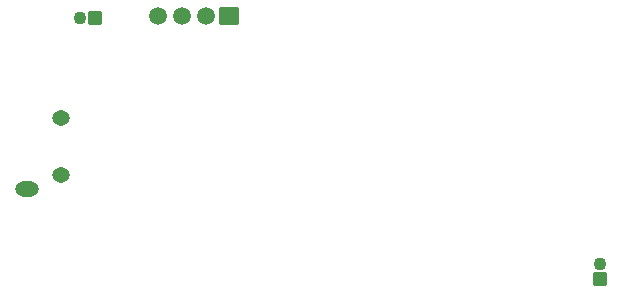
<source format=gbs>
G04 Layer: BottomSolderMaskLayer*
G04 EasyEDA v6.5.22, 2023-04-13 23:23:34*
G04 8da0a1a92f474effb9e69289645bcd93,716f0268f4a04d1f8e2d1e8369cd39e0,10*
G04 Gerber Generator version 0.2*
G04 Scale: 100 percent, Rotated: No, Reflected: No *
G04 Dimensions in inches *
G04 leading zeros omitted , absolute positions ,3 integer and 6 decimal *
%FSLAX36Y36*%
%MOIN*%

%AMMACRO1*1,1,$1,$2,$3*1,1,$1,$4,$5*1,1,$1,0-$2,0-$3*1,1,$1,0-$4,0-$5*20,1,$1,$2,$3,$4,$5,0*20,1,$1,$4,$5,0-$2,0-$3,0*20,1,$1,0-$2,0-$3,0-$4,0-$5,0*20,1,$1,0-$4,0-$5,$2,$3,0*4,1,4,$2,$3,$4,$5,0-$2,0-$3,0-$4,0-$5,$2,$3,0*%
%ADD10MACRO1,0.004X-0.0197X-0.0197X-0.0197X0.0197*%
%ADD11C,0.0434*%
%ADD12O,0.059118000000000004X0.051244000000000005*%
%ADD13O,0.078803X0.051244000000000005*%
%ADD14MACRO1,0.004X0.0197X-0.0197X-0.0197X-0.0197*%
%ADD15C,0.0591*%
%ADD16MACRO1,0.004X0.03X-0.0276X-0.03X-0.0276*%

%LPD*%
D10*
G01*
X2995000Y575000D03*
D11*
G01*
X2995000Y625000D03*
D12*
G01*
X1197079Y919529D03*
G01*
X1197079Y1110470D03*
D13*
G01*
X1082920Y873270D03*
D14*
G01*
X1310000Y1445000D03*
D11*
G01*
X1260000Y1445000D03*
D15*
G01*
X1521890Y1450000D03*
G01*
X1600630Y1450000D03*
G01*
X1679369Y1450000D03*
D16*
G01*
X1758109Y1450000D03*
M02*

</source>
